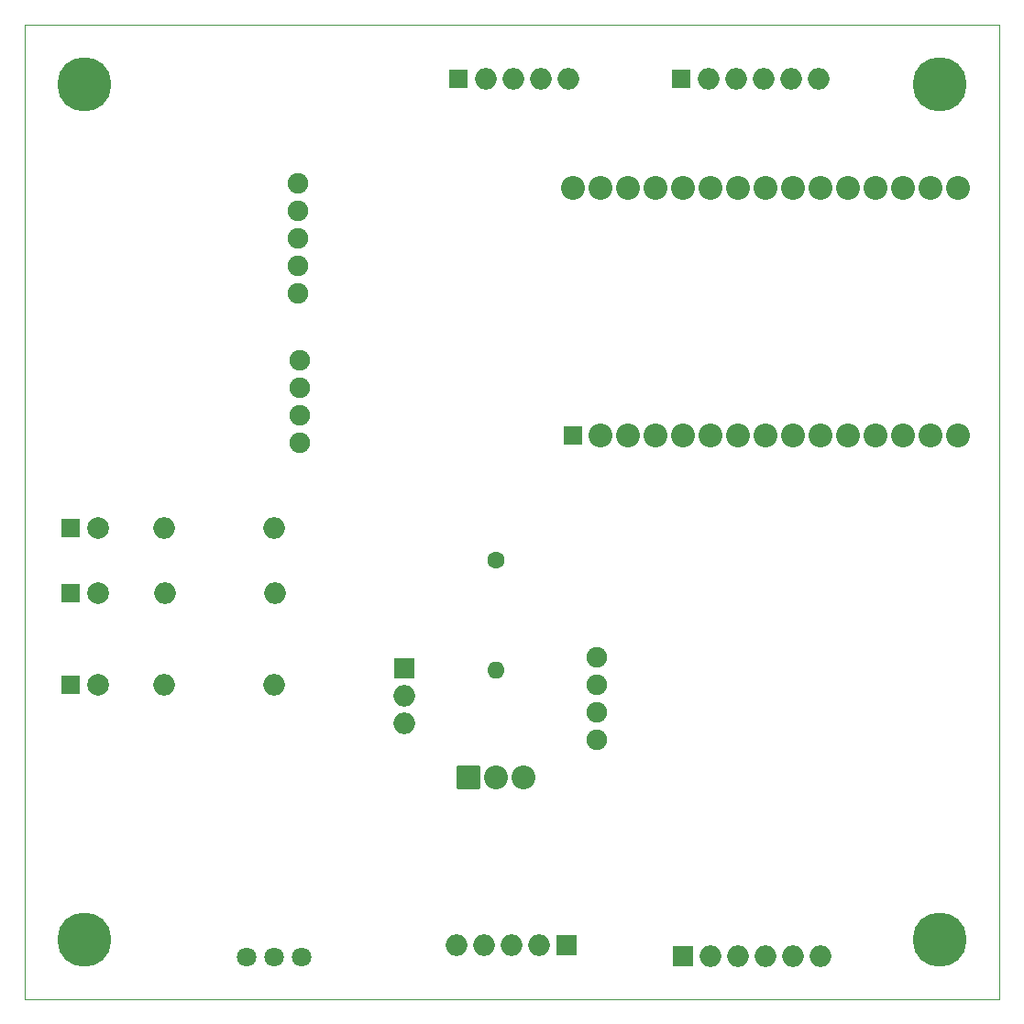
<source format=gbr>
%TF.GenerationSoftware,KiCad,Pcbnew,7.0.7*%
%TF.CreationDate,2023-11-10T08:01:12-05:00*%
%TF.ProjectId,CubeSat,43756265-5361-4742-9e6b-696361645f70,rev?*%
%TF.SameCoordinates,Original*%
%TF.FileFunction,Soldermask,Bot*%
%TF.FilePolarity,Negative*%
%FSLAX46Y46*%
G04 Gerber Fmt 4.6, Leading zero omitted, Abs format (unit mm)*
G04 Created by KiCad (PCBNEW 7.0.7) date 2023-11-10 08:01:12*
%MOMM*%
%LPD*%
G01*
G04 APERTURE LIST*
G04 Aperture macros list*
%AMRoundRect*
0 Rectangle with rounded corners*
0 $1 Rounding radius*
0 $2 $3 $4 $5 $6 $7 $8 $9 X,Y pos of 4 corners*
0 Add a 4 corners polygon primitive as box body*
4,1,4,$2,$3,$4,$5,$6,$7,$8,$9,$2,$3,0*
0 Add four circle primitives for the rounded corners*
1,1,$1+$1,$2,$3*
1,1,$1+$1,$4,$5*
1,1,$1+$1,$6,$7*
1,1,$1+$1,$8,$9*
0 Add four rect primitives between the rounded corners*
20,1,$1+$1,$2,$3,$4,$5,0*
20,1,$1+$1,$4,$5,$6,$7,0*
20,1,$1+$1,$6,$7,$8,$9,0*
20,1,$1+$1,$8,$9,$2,$3,0*%
G04 Aperture macros list end*
%ADD10O,2.000000X2.000000*%
%ADD11C,5.000000*%
%ADD12C,1.600000*%
%ADD13O,1.600000X1.600000*%
%ADD14RoundRect,0.102000X-1.000000X-1.000000X1.000000X-1.000000X1.000000X1.000000X-1.000000X1.000000X0*%
%ADD15C,2.204000*%
%ADD16C,1.800000*%
%ADD17R,1.900000X1.900000*%
%ADD18R,1.800000X1.800000*%
%ADD19C,2.000000*%
%ADD20C,1.900000*%
%ADD21RoundRect,0.102000X0.765000X-0.765000X0.765000X0.765000X-0.765000X0.765000X-0.765000X-0.765000X0*%
%ADD22R,1.700000X1.700000*%
%TA.AperFunction,Profile*%
%ADD23C,0.100000*%
%TD*%
G04 APERTURE END LIST*
D10*
%TO.C,RLED1*%
X73000000Y-86000000D03*
X62840000Y-86000000D03*
%TD*%
D11*
%TO.C,H1*%
X55500000Y-30500000D03*
%TD*%
D12*
%TO.C,RNPN1*%
X93500000Y-74420000D03*
D13*
X93500000Y-84580000D03*
%TD*%
D14*
%TO.C,Q1*%
X90920000Y-94500000D03*
D15*
X93460000Y-94500000D03*
X96000000Y-94500000D03*
%TD*%
D16*
%TO.C,U1*%
X75540000Y-111140000D03*
X73000000Y-111140000D03*
X70460000Y-111140000D03*
%TD*%
D17*
%TO.C,J2*%
X100000000Y-110000000D03*
D10*
X97460000Y-110000000D03*
X94920000Y-110000000D03*
X92380000Y-110000000D03*
X89840000Y-110000000D03*
%TD*%
D11*
%TO.C,H4*%
X134500000Y-109500000D03*
%TD*%
D17*
%TO.C,AUX_V1*%
X110800000Y-111000000D03*
D10*
X113340000Y-111000000D03*
X115880000Y-111000000D03*
X118420000Y-111000000D03*
X120960000Y-111000000D03*
X123500000Y-111000000D03*
%TD*%
D11*
%TO.C,H2*%
X134500000Y-30500000D03*
%TD*%
D18*
%TO.C,D3*%
X54250000Y-77500000D03*
D19*
X56790000Y-77500000D03*
%TD*%
D18*
%TO.C,D2*%
X54225000Y-71500000D03*
D19*
X56765000Y-71500000D03*
%TD*%
D10*
%TO.C,RLED2*%
X73000000Y-71500000D03*
X62840000Y-71500000D03*
%TD*%
D20*
%TO.C,U3*%
X75358000Y-56020000D03*
X75358000Y-58560000D03*
X75358000Y-61100000D03*
X75358000Y-63640000D03*
%TD*%
D10*
%TO.C,RLED3*%
X73080000Y-77500000D03*
X62920000Y-77500000D03*
%TD*%
D20*
%TO.C,HMC5883L1*%
X75219000Y-39667460D03*
X75219000Y-42207460D03*
X75219000Y-44747460D03*
X75219000Y-47287460D03*
X75219000Y-49827460D03*
%TD*%
D17*
%TO.C,Servo1*%
X85000000Y-84460000D03*
D10*
X85000000Y-87000000D03*
X85000000Y-89540000D03*
%TD*%
D21*
%TO.C,U2*%
X100605000Y-62930000D03*
D15*
X103145000Y-62930000D03*
X105685000Y-62930000D03*
X108225000Y-62930000D03*
X110765000Y-62930000D03*
X113305000Y-62930000D03*
X115845000Y-62930000D03*
X118385000Y-62930000D03*
X120925000Y-62930000D03*
X123465000Y-62930000D03*
X126005000Y-62930000D03*
X128545000Y-62930000D03*
X131085000Y-62930000D03*
X133625000Y-62930000D03*
X136165000Y-62930000D03*
X136165000Y-40070000D03*
X133625000Y-40070000D03*
X131085000Y-40070000D03*
X128545000Y-40070000D03*
X126005000Y-40070000D03*
X123465000Y-40070000D03*
X120925000Y-40070000D03*
X118385000Y-40070000D03*
X115845000Y-40070000D03*
X113305000Y-40070000D03*
X110765000Y-40070000D03*
X108225000Y-40070000D03*
X105685000Y-40070000D03*
X103145000Y-40070000D03*
X100605000Y-40070000D03*
%TD*%
D22*
%TO.C,J1*%
X90000000Y-30000000D03*
D10*
X92540000Y-30000000D03*
X95080000Y-30000000D03*
X97620000Y-30000000D03*
X100160000Y-30000000D03*
%TD*%
D22*
%TO.C,J3*%
X110590000Y-30000000D03*
D10*
X113130000Y-30000000D03*
X115670000Y-30000000D03*
X118210000Y-30000000D03*
X120750000Y-30000000D03*
X123290000Y-30000000D03*
%TD*%
D11*
%TO.C,H3*%
X55500000Y-109500000D03*
%TD*%
D20*
%TO.C,GPS_NEO6MV2*%
X102856000Y-91048000D03*
X102856000Y-88508000D03*
X102856000Y-85968000D03*
X102856000Y-83428000D03*
%TD*%
D18*
%TO.C,D1*%
X54210000Y-86000000D03*
D19*
X56750000Y-86000000D03*
%TD*%
D23*
X50000000Y-25000000D02*
X140000000Y-25000000D01*
X140000000Y-25000000D02*
X140000000Y-115000000D01*
X50000000Y-115000000D02*
X140000000Y-115000000D01*
X50000000Y-25000000D02*
X50000000Y-115000000D01*
M02*

</source>
